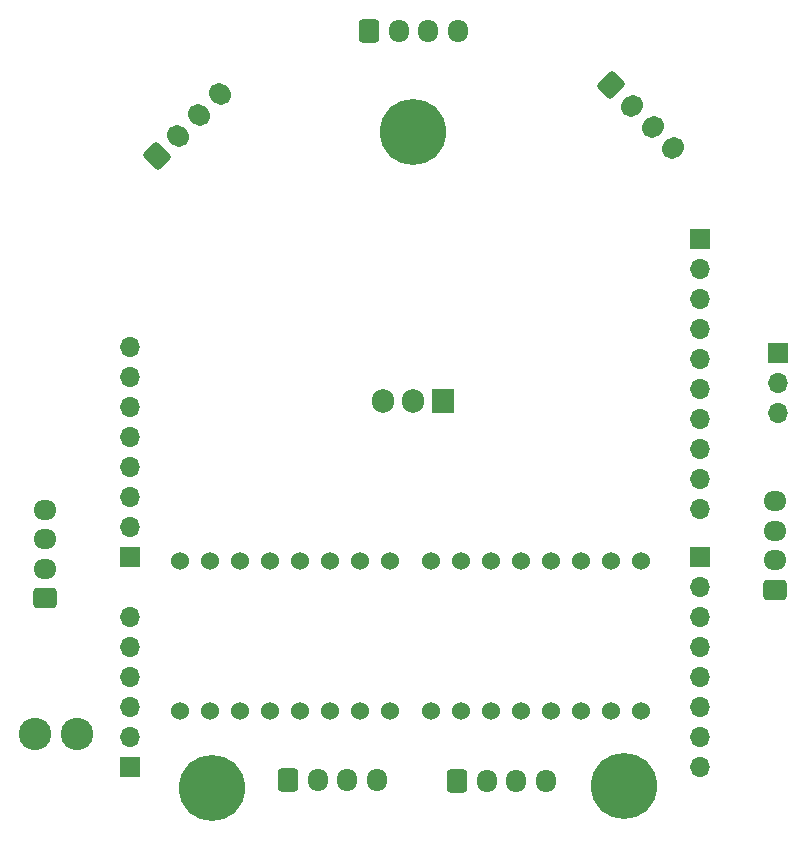
<source format=gbr>
%TF.GenerationSoftware,KiCad,Pcbnew,7.0.2*%
%TF.CreationDate,2023-05-25T17:28:33+02:00*%
%TF.ProjectId,robot2,726f626f-7432-42e6-9b69-6361645f7063,rev?*%
%TF.SameCoordinates,Original*%
%TF.FileFunction,Soldermask,Bot*%
%TF.FilePolarity,Negative*%
%FSLAX46Y46*%
G04 Gerber Fmt 4.6, Leading zero omitted, Abs format (unit mm)*
G04 Created by KiCad (PCBNEW 7.0.2) date 2023-05-25 17:28:33*
%MOMM*%
%LPD*%
G01*
G04 APERTURE LIST*
G04 Aperture macros list*
%AMRoundRect*
0 Rectangle with rounded corners*
0 $1 Rounding radius*
0 $2 $3 $4 $5 $6 $7 $8 $9 X,Y pos of 4 corners*
0 Add a 4 corners polygon primitive as box body*
4,1,4,$2,$3,$4,$5,$6,$7,$8,$9,$2,$3,0*
0 Add four circle primitives for the rounded corners*
1,1,$1+$1,$2,$3*
1,1,$1+$1,$4,$5*
1,1,$1+$1,$6,$7*
1,1,$1+$1,$8,$9*
0 Add four rect primitives between the rounded corners*
20,1,$1+$1,$2,$3,$4,$5,0*
20,1,$1+$1,$4,$5,$6,$7,0*
20,1,$1+$1,$6,$7,$8,$9,0*
20,1,$1+$1,$8,$9,$2,$3,0*%
%AMHorizOval*
0 Thick line with rounded ends*
0 $1 width*
0 $2 $3 position (X,Y) of the first rounded end (center of the circle)*
0 $4 $5 position (X,Y) of the second rounded end (center of the circle)*
0 Add line between two ends*
20,1,$1,$2,$3,$4,$5,0*
0 Add two circle primitives to create the rounded ends*
1,1,$1,$2,$3*
1,1,$1,$4,$5*%
G04 Aperture macros list end*
%ADD10C,5.600000*%
%ADD11RoundRect,0.250000X0.725000X-0.600000X0.725000X0.600000X-0.725000X0.600000X-0.725000X-0.600000X0*%
%ADD12O,1.950000X1.700000*%
%ADD13R,1.700000X1.700000*%
%ADD14O,1.700000X1.700000*%
%ADD15RoundRect,0.250000X-0.600000X-0.725000X0.600000X-0.725000X0.600000X0.725000X-0.600000X0.725000X0*%
%ADD16O,1.700000X1.950000*%
%ADD17C,2.743200*%
%ADD18RoundRect,0.250000X-0.936916X-0.088388X-0.088388X-0.936916X0.936916X0.088388X0.088388X0.936916X0*%
%ADD19HorizOval,1.700000X-0.088388X-0.088388X0.088388X0.088388X0*%
%ADD20R,1.905000X2.000000*%
%ADD21O,1.905000X2.000000*%
%ADD22C,1.524000*%
%ADD23RoundRect,0.250000X0.088388X-0.936916X0.936916X-0.088388X-0.088388X0.936916X-0.936916X0.088388X0*%
%ADD24HorizOval,1.700000X-0.088388X0.088388X0.088388X-0.088388X0*%
G04 APERTURE END LIST*
D10*
%TO.C,H3*%
X148000000Y-76250000D03*
%TD*%
D11*
%TO.C,J5*%
X116805000Y-115700000D03*
D12*
X116805000Y-113200000D03*
X116805000Y-110700000D03*
X116805000Y-108200000D03*
%TD*%
D13*
%TO.C,M1*%
X178920000Y-94970000D03*
D14*
X178920000Y-97510000D03*
X178920000Y-100050000D03*
%TD*%
D15*
%TO.C,J6*%
X144280000Y-67715000D03*
D16*
X146780000Y-67715000D03*
X149280000Y-67715000D03*
X151780000Y-67715000D03*
%TD*%
D17*
%TO.C,J8*%
X116020000Y-127180000D03*
X119520000Y-127180000D03*
%TD*%
D13*
%TO.C,J12*%
X123990000Y-129990000D03*
D14*
X123990000Y-127450000D03*
X123990000Y-124910000D03*
X123990000Y-122370000D03*
X123990000Y-119830000D03*
X123990000Y-117290000D03*
%TD*%
D11*
%TO.C,J7*%
X178660000Y-114990000D03*
D12*
X178660000Y-112490000D03*
X178660000Y-109990000D03*
X178660000Y-107490000D03*
%TD*%
D18*
%TO.C,J1*%
X164729581Y-72247119D03*
D19*
X166497348Y-74014886D03*
X168265115Y-75782653D03*
X170032882Y-77550420D03*
%TD*%
D10*
%TO.C,H1*%
X130980000Y-131770000D03*
%TD*%
D13*
%TO.C,J9*%
X172250000Y-85330000D03*
D14*
X172250000Y-87870000D03*
X172250000Y-90410000D03*
X172250000Y-92950000D03*
X172250000Y-95490000D03*
X172250000Y-98030000D03*
X172250000Y-100570000D03*
X172250000Y-103110000D03*
X172250000Y-105650000D03*
X172250000Y-108190000D03*
%TD*%
D15*
%TO.C,J4*%
X137420000Y-131100000D03*
D16*
X139920000Y-131100000D03*
X142420000Y-131100000D03*
X144920000Y-131100000D03*
%TD*%
D13*
%TO.C,J10*%
X172260000Y-112250000D03*
D14*
X172260000Y-114790000D03*
X172260000Y-117330000D03*
X172260000Y-119870000D03*
X172260000Y-122410000D03*
X172260000Y-124950000D03*
X172260000Y-127490000D03*
X172260000Y-130030000D03*
%TD*%
D10*
%TO.C,H2*%
X165850000Y-131650000D03*
%TD*%
D20*
%TO.C,U3*%
X150500000Y-99015000D03*
D21*
X147960000Y-99015000D03*
X145420000Y-99015000D03*
%TD*%
D15*
%TO.C,J3*%
X151740000Y-131150000D03*
D16*
X154240000Y-131150000D03*
X156740000Y-131150000D03*
X159240000Y-131150000D03*
%TD*%
D22*
%TO.C,A2*%
X149540000Y-125270000D03*
X152080000Y-125270000D03*
X154620000Y-125270000D03*
X157160000Y-125270000D03*
X159700000Y-125270000D03*
X162240000Y-125270000D03*
X164780000Y-125270000D03*
X167320000Y-125270000D03*
X149540000Y-112570000D03*
X152080000Y-112570000D03*
X154620000Y-112570000D03*
X157160000Y-112570000D03*
X159700000Y-112570000D03*
X162240000Y-112570000D03*
X164780000Y-112570000D03*
X167320000Y-112570000D03*
%TD*%
D23*
%TO.C,J2*%
X126346699Y-78303301D03*
D24*
X128114466Y-76535534D03*
X129882233Y-74767767D03*
X131650000Y-73000000D03*
%TD*%
D22*
%TO.C,A1*%
X128240000Y-125230000D03*
X130780000Y-125230000D03*
X133320000Y-125230000D03*
X135860000Y-125230000D03*
X138400000Y-125230000D03*
X140940000Y-125230000D03*
X143480000Y-125230000D03*
X146020000Y-125230000D03*
X128240000Y-112530000D03*
X130780000Y-112530000D03*
X133320000Y-112530000D03*
X135860000Y-112530000D03*
X138400000Y-112530000D03*
X140940000Y-112530000D03*
X143480000Y-112530000D03*
X146020000Y-112530000D03*
%TD*%
D13*
%TO.C,J11*%
X124000000Y-112210000D03*
D14*
X124000000Y-109670000D03*
X124000000Y-107130000D03*
X124000000Y-104590000D03*
X124000000Y-102050000D03*
X124000000Y-99510000D03*
X124000000Y-96970000D03*
X124000000Y-94430000D03*
%TD*%
M02*

</source>
